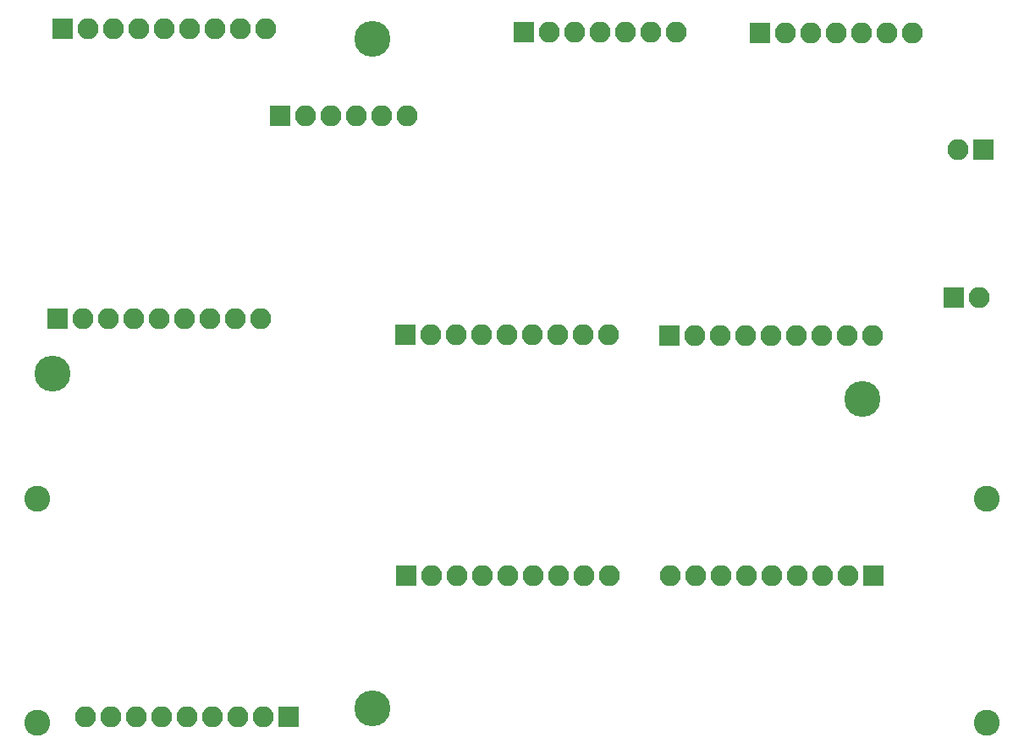
<source format=gbr>
G04 #@! TF.FileFunction,Soldermask,Top*
%FSLAX46Y46*%
G04 Gerber Fmt 4.6, Leading zero omitted, Abs format (unit mm)*
G04 Created by KiCad (PCBNEW 4.0.7-e2-6376~60~ubuntu17.10.1) date Tue Mar 20 11:33:17 2018*
%MOMM*%
%LPD*%
G01*
G04 APERTURE LIST*
%ADD10C,0.020000*%
%ADD11C,2.600000*%
%ADD12R,2.100000X2.100000*%
%ADD13O,2.100000X2.100000*%
%ADD14C,3.600000*%
G04 APERTURE END LIST*
D10*
D11*
X97611900Y25105140D03*
X2611900Y25105140D03*
X97611900Y2605140D03*
X2611900Y2605140D03*
D12*
X39497000Y17393920D03*
D13*
X42037000Y17393920D03*
X44577000Y17393920D03*
X47117000Y17393920D03*
X49657000Y17393920D03*
X52197000Y17393920D03*
X54737000Y17393920D03*
X57277000Y17393920D03*
X59817000Y17393920D03*
D12*
X27724100Y3202940D03*
D13*
X25184100Y3202940D03*
X22644100Y3202940D03*
X20104100Y3202940D03*
X17564100Y3202940D03*
X15024100Y3202940D03*
X12484100Y3202940D03*
X9944100Y3202940D03*
X7404100Y3202940D03*
D12*
X4655820Y43070780D03*
D13*
X7195820Y43070780D03*
X9735820Y43070780D03*
X12275820Y43070780D03*
X14815820Y43070780D03*
X17355820Y43070780D03*
X19895820Y43070780D03*
X22435820Y43070780D03*
X24975820Y43070780D03*
D12*
X5158740Y72184260D03*
D13*
X7698740Y72184260D03*
X10238740Y72184260D03*
X12778740Y72184260D03*
X15318740Y72184260D03*
X17858740Y72184260D03*
X20398740Y72184260D03*
X22938740Y72184260D03*
X25478740Y72184260D03*
D12*
X26885900Y63400940D03*
D13*
X29425900Y63400940D03*
X31965900Y63400940D03*
X34505900Y63400940D03*
X37045900Y63400940D03*
X39585900Y63400940D03*
D12*
X74930000Y71719440D03*
D13*
X77470000Y71719440D03*
X80010000Y71719440D03*
X82550000Y71719440D03*
X85090000Y71719440D03*
X87630000Y71719440D03*
X90170000Y71719440D03*
D12*
X97256600Y60010040D03*
D13*
X94716600Y60010040D03*
D12*
X94322900Y45227240D03*
D13*
X96862900Y45227240D03*
D12*
X51282600Y71808340D03*
D13*
X53822600Y71808340D03*
X56362600Y71808340D03*
X58902600Y71808340D03*
X61442600Y71808340D03*
X63982600Y71808340D03*
X66522600Y71808340D03*
D12*
X39458900Y41531540D03*
D13*
X41998900Y41531540D03*
X44538900Y41531540D03*
X47078900Y41531540D03*
X49618900Y41531540D03*
X52158900Y41531540D03*
X54698900Y41531540D03*
X57238900Y41531540D03*
X59778900Y41531540D03*
D12*
X65862200Y41417240D03*
D13*
X68402200Y41417240D03*
X70942200Y41417240D03*
X73482200Y41417240D03*
X76022200Y41417240D03*
X78562200Y41417240D03*
X81102200Y41417240D03*
X83642200Y41417240D03*
X86182200Y41417240D03*
D12*
X86210140Y17381220D03*
D13*
X83670140Y17381220D03*
X81130140Y17381220D03*
X78590140Y17381220D03*
X76050140Y17381220D03*
X73510140Y17381220D03*
X70970140Y17381220D03*
X68430140Y17381220D03*
X65890140Y17381220D03*
D14*
X85111900Y35105140D03*
X4111900Y37605140D03*
X36111900Y4105140D03*
X36111900Y71105140D03*
M02*

</source>
